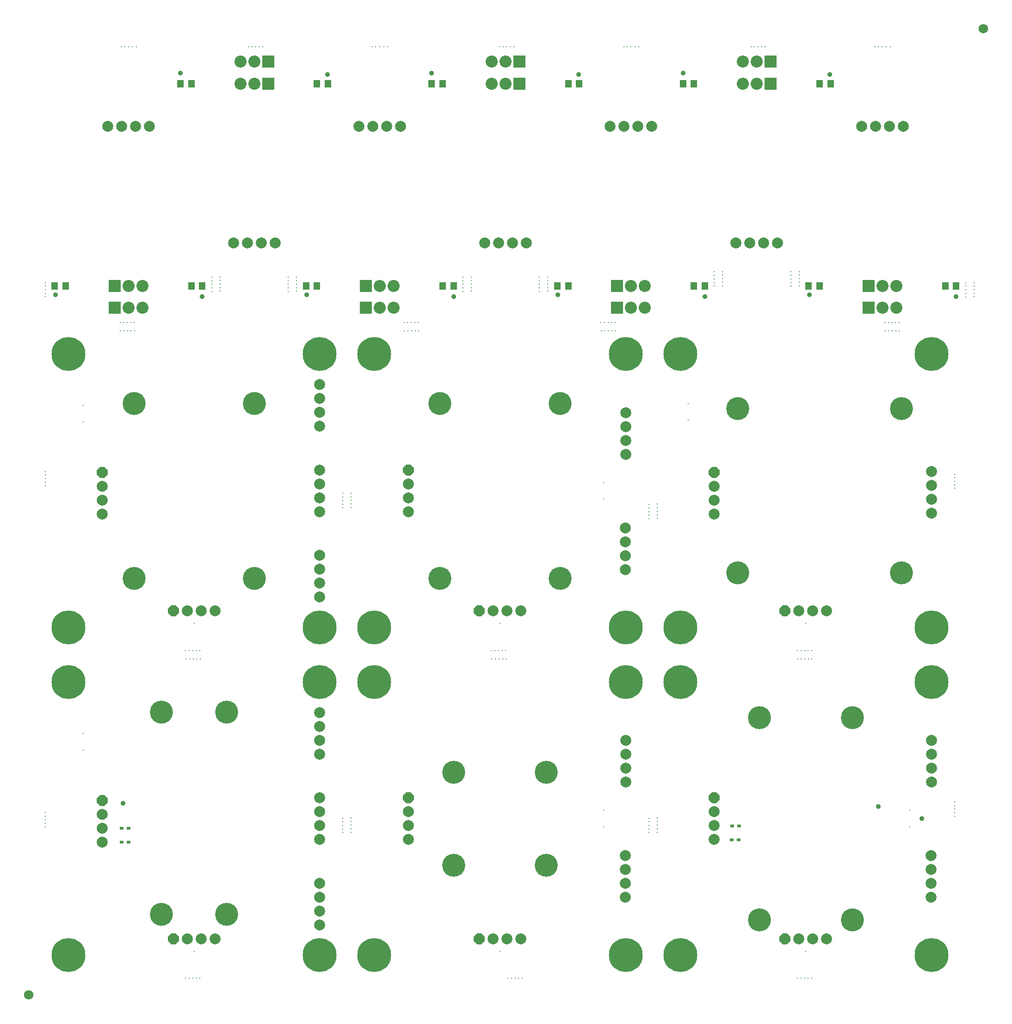
<source format=gbs>
G04 Layer_Color=16711935*
%FSLAX44Y44*%
%MOMM*%
G71*
G01*
G75*
%ADD37R,0.7032X0.6032*%
%ADD38C,0.2032*%
%ADD39C,1.7272*%
%ADD40C,2.0032*%
%ADD41C,2.2032*%
%ADD42R,2.2032X2.2032*%
%ADD43C,0.9032*%
G04:AMPARAMS|DCode=44|XSize=0.2032mm|YSize=0.2032mm|CornerRadius=0mm|HoleSize=0mm|Usage=FLASHONLY|Rotation=0.000|XOffset=0mm|YOffset=0mm|HoleType=Round|Shape=RoundedRectangle|*
%AMROUNDEDRECTD44*
21,1,0.2032,0.2032,0,0,0.0*
21,1,0.2032,0.2032,0,0,0.0*
1,1,0.0000,0.1016,-0.1016*
1,1,0.0000,-0.1016,-0.1016*
1,1,0.0000,-0.1016,0.1016*
1,1,0.0000,0.1016,0.1016*
%
%ADD44ROUNDEDRECTD44*%
%ADD45P,2.1683X8X22.5*%
%ADD46P,2.1683X8X292.5*%
%ADD47C,6.2032*%
%ADD48C,4.2032*%
%ADD49R,1.2032X1.4532*%
D37*
X1318000Y327000D02*
D03*
X1305000D02*
D03*
X1317000Y301000D02*
D03*
X1304000D02*
D03*
X200000Y297000D02*
D03*
X187000D02*
D03*
X200250Y322250D02*
D03*
X187250D02*
D03*
D38*
X305000Y632500D02*
D03*
X311500D02*
D03*
X324750D02*
D03*
X318250D02*
D03*
X331000D02*
D03*
X330500Y647750D02*
D03*
X317750D02*
D03*
X324250D02*
D03*
X311000D02*
D03*
X304500D02*
D03*
X330500Y47750D02*
D03*
X317750D02*
D03*
X324250D02*
D03*
X311000D02*
D03*
X304500D02*
D03*
X920500D02*
D03*
X907750D02*
D03*
X914250D02*
D03*
X901000D02*
D03*
X894500D02*
D03*
X1450500D02*
D03*
X1437750D02*
D03*
X1444250D02*
D03*
X1431000D02*
D03*
X1424500D02*
D03*
X1425000Y632500D02*
D03*
X1431500D02*
D03*
X1444750D02*
D03*
X1438250D02*
D03*
X1451000D02*
D03*
X1450500Y647750D02*
D03*
X1437750D02*
D03*
X1444250D02*
D03*
X1431000D02*
D03*
X1424500D02*
D03*
X865000Y632500D02*
D03*
X871500D02*
D03*
X884750D02*
D03*
X878250D02*
D03*
X891000D02*
D03*
X890500Y647750D02*
D03*
X877750D02*
D03*
X884250D02*
D03*
X871000D02*
D03*
X864500D02*
D03*
X185000Y1232500D02*
D03*
X191500D02*
D03*
X204750D02*
D03*
X198250D02*
D03*
X211000D02*
D03*
X210500Y1247750D02*
D03*
X197750D02*
D03*
X204250D02*
D03*
X191000D02*
D03*
X184500D02*
D03*
X705000Y1232500D02*
D03*
X711500D02*
D03*
X724750D02*
D03*
X718250D02*
D03*
X731000D02*
D03*
X730500Y1247750D02*
D03*
X717750D02*
D03*
X724250D02*
D03*
X711000D02*
D03*
X704500D02*
D03*
X1065000Y1232500D02*
D03*
X1071500D02*
D03*
X1084750D02*
D03*
X1078250D02*
D03*
X1091000D02*
D03*
X1090500Y1247750D02*
D03*
X1077750D02*
D03*
X1084250D02*
D03*
X1071000D02*
D03*
X1064500D02*
D03*
X1585000Y1232500D02*
D03*
X1591500D02*
D03*
X1604750D02*
D03*
X1598250D02*
D03*
X1611000D02*
D03*
X1610500Y1247750D02*
D03*
X1597750D02*
D03*
X1604250D02*
D03*
X1591000D02*
D03*
X1584500D02*
D03*
X47500Y325000D02*
D03*
Y331500D02*
D03*
Y344750D02*
D03*
Y338250D02*
D03*
Y351000D02*
D03*
X607500Y315000D02*
D03*
Y321500D02*
D03*
Y334750D02*
D03*
Y328250D02*
D03*
Y341000D02*
D03*
X592250Y340500D02*
D03*
Y327750D02*
D03*
Y334250D02*
D03*
Y321000D02*
D03*
Y314500D02*
D03*
X1167500Y315000D02*
D03*
Y321500D02*
D03*
Y334750D02*
D03*
Y328250D02*
D03*
Y341000D02*
D03*
X1152250Y340500D02*
D03*
Y327750D02*
D03*
Y334250D02*
D03*
Y321000D02*
D03*
Y314500D02*
D03*
X1712250Y370500D02*
D03*
Y357750D02*
D03*
Y364250D02*
D03*
Y351000D02*
D03*
Y344500D02*
D03*
Y970500D02*
D03*
Y957750D02*
D03*
Y964250D02*
D03*
Y951000D02*
D03*
Y944500D02*
D03*
X1747500Y1295000D02*
D03*
Y1301500D02*
D03*
Y1314750D02*
D03*
Y1308250D02*
D03*
Y1321000D02*
D03*
X1732250Y1320500D02*
D03*
Y1307750D02*
D03*
Y1314250D02*
D03*
Y1301000D02*
D03*
Y1294500D02*
D03*
X1427500Y1315000D02*
D03*
Y1321500D02*
D03*
Y1334750D02*
D03*
Y1328250D02*
D03*
Y1341000D02*
D03*
X1412250Y1340500D02*
D03*
Y1327750D02*
D03*
Y1334250D02*
D03*
Y1321000D02*
D03*
Y1314500D02*
D03*
X1287500Y1315000D02*
D03*
Y1321500D02*
D03*
Y1334750D02*
D03*
Y1328250D02*
D03*
Y1341000D02*
D03*
X1272250Y1340500D02*
D03*
Y1327750D02*
D03*
Y1334250D02*
D03*
Y1321000D02*
D03*
Y1314500D02*
D03*
X967500Y1305000D02*
D03*
Y1311500D02*
D03*
Y1324750D02*
D03*
Y1318250D02*
D03*
Y1331000D02*
D03*
X952250Y1330500D02*
D03*
Y1317750D02*
D03*
Y1324250D02*
D03*
Y1311000D02*
D03*
Y1304500D02*
D03*
X827500Y1305000D02*
D03*
Y1311500D02*
D03*
Y1324750D02*
D03*
Y1318250D02*
D03*
Y1331000D02*
D03*
X812250Y1330500D02*
D03*
Y1317750D02*
D03*
Y1324250D02*
D03*
Y1311000D02*
D03*
Y1304500D02*
D03*
X507500Y1305000D02*
D03*
Y1311500D02*
D03*
Y1324750D02*
D03*
Y1318250D02*
D03*
Y1331000D02*
D03*
X492250Y1330500D02*
D03*
Y1317750D02*
D03*
Y1324250D02*
D03*
Y1311000D02*
D03*
Y1304500D02*
D03*
X367500Y1305000D02*
D03*
Y1311500D02*
D03*
Y1324750D02*
D03*
Y1318250D02*
D03*
Y1331000D02*
D03*
X352250Y1330500D02*
D03*
Y1317750D02*
D03*
Y1324250D02*
D03*
Y1311000D02*
D03*
Y1304500D02*
D03*
X47500Y1295000D02*
D03*
Y1301500D02*
D03*
Y1314750D02*
D03*
Y1308250D02*
D03*
Y1321000D02*
D03*
X419500Y1752250D02*
D03*
X432250D02*
D03*
X425750D02*
D03*
X439000D02*
D03*
X445500D02*
D03*
X879500D02*
D03*
X892250D02*
D03*
X885750D02*
D03*
X899000D02*
D03*
X905500D02*
D03*
X1339500D02*
D03*
X1352250D02*
D03*
X1345750D02*
D03*
X1359000D02*
D03*
X1365500D02*
D03*
X47750Y949500D02*
D03*
Y962250D02*
D03*
Y955750D02*
D03*
Y969000D02*
D03*
Y975500D02*
D03*
X592500Y935000D02*
D03*
Y928500D02*
D03*
Y915250D02*
D03*
Y921750D02*
D03*
Y909000D02*
D03*
X607750Y909500D02*
D03*
Y922250D02*
D03*
Y915750D02*
D03*
Y929000D02*
D03*
Y935500D02*
D03*
X1152500Y915000D02*
D03*
Y908500D02*
D03*
Y895250D02*
D03*
Y901750D02*
D03*
Y889000D02*
D03*
X1167750Y889500D02*
D03*
Y902250D02*
D03*
Y895750D02*
D03*
Y909000D02*
D03*
Y915500D02*
D03*
X1566500Y1752000D02*
D03*
X1572500D02*
D03*
X1587250D02*
D03*
X1579750D02*
D03*
X1594250Y1752500D02*
D03*
X1134250D02*
D03*
X1119750Y1752000D02*
D03*
X1127250D02*
D03*
X1112500D02*
D03*
X1106500D02*
D03*
X674250Y1752500D02*
D03*
X659750Y1752000D02*
D03*
X667250D02*
D03*
X652500D02*
D03*
X646500D02*
D03*
X214250Y1752500D02*
D03*
X199750Y1752000D02*
D03*
X207250D02*
D03*
X192500D02*
D03*
X186500D02*
D03*
X1630000Y325240D02*
D03*
Y355240D02*
D03*
X1070000Y325240D02*
D03*
Y355240D02*
D03*
X117480Y495850D02*
D03*
Y465850D02*
D03*
Y1065850D02*
D03*
Y1095850D02*
D03*
X1070000Y955240D02*
D03*
Y925240D02*
D03*
X1225000Y1069760D02*
D03*
Y1099760D02*
D03*
D39*
X17500Y17500D02*
D03*
X1765000Y1785000D02*
D03*
D40*
X187300Y1606990D02*
D03*
X212700D02*
D03*
X238100D02*
D03*
X161900D02*
D03*
X442700Y1393010D02*
D03*
X417300D02*
D03*
X391900D02*
D03*
X468100D02*
D03*
X1427300Y120000D02*
D03*
X1452700D02*
D03*
X1478100D02*
D03*
X1272000Y301900D02*
D03*
Y327300D02*
D03*
Y352700D02*
D03*
X1669500Y246750D02*
D03*
Y221350D02*
D03*
Y195950D02*
D03*
Y272150D02*
D03*
X1670000Y457700D02*
D03*
Y432300D02*
D03*
Y406900D02*
D03*
Y483100D02*
D03*
X1110000Y457700D02*
D03*
Y432300D02*
D03*
Y406900D02*
D03*
Y483100D02*
D03*
X1109500Y246750D02*
D03*
Y221350D02*
D03*
Y195950D02*
D03*
Y272150D02*
D03*
X867300Y120000D02*
D03*
X892700D02*
D03*
X918100D02*
D03*
X712000Y301900D02*
D03*
Y327300D02*
D03*
Y352700D02*
D03*
X307300Y120000D02*
D03*
X332700D02*
D03*
X358100D02*
D03*
X549500Y196470D02*
D03*
Y171070D02*
D03*
Y145670D02*
D03*
Y221870D02*
D03*
Y352720D02*
D03*
Y327320D02*
D03*
Y301920D02*
D03*
Y378120D02*
D03*
X152000Y297150D02*
D03*
Y322550D02*
D03*
Y347950D02*
D03*
X549500Y508920D02*
D03*
Y483520D02*
D03*
Y458120D02*
D03*
Y534320D02*
D03*
Y1134320D02*
D03*
Y1058120D02*
D03*
Y1083520D02*
D03*
Y1108920D02*
D03*
X152000Y947950D02*
D03*
Y922550D02*
D03*
Y897150D02*
D03*
X549500Y978120D02*
D03*
Y901920D02*
D03*
Y927320D02*
D03*
Y952720D02*
D03*
Y821870D02*
D03*
Y745670D02*
D03*
Y771070D02*
D03*
Y796470D02*
D03*
X358100Y720000D02*
D03*
X332700D02*
D03*
X307300D02*
D03*
X918100Y720000D02*
D03*
X892700D02*
D03*
X867300D02*
D03*
X712000Y952700D02*
D03*
Y927300D02*
D03*
Y901900D02*
D03*
X1109500Y872150D02*
D03*
Y795950D02*
D03*
Y821350D02*
D03*
Y846750D02*
D03*
X1110000Y1083100D02*
D03*
Y1006900D02*
D03*
Y1032300D02*
D03*
Y1057700D02*
D03*
X1670000Y975400D02*
D03*
Y899200D02*
D03*
Y924600D02*
D03*
Y950000D02*
D03*
X1272000Y947950D02*
D03*
Y922550D02*
D03*
Y897150D02*
D03*
X1478100Y720000D02*
D03*
X1452700D02*
D03*
X1427300D02*
D03*
X902700Y1393010D02*
D03*
X877300D02*
D03*
X851900D02*
D03*
X928100D02*
D03*
X647300Y1606990D02*
D03*
X672700D02*
D03*
X698100D02*
D03*
X621900D02*
D03*
X1362700Y1393010D02*
D03*
X1337300D02*
D03*
X1311900D02*
D03*
X1388100D02*
D03*
X1107300Y1606990D02*
D03*
X1132700D02*
D03*
X1158100D02*
D03*
X1081900D02*
D03*
X1567300D02*
D03*
X1592700D02*
D03*
X1618100D02*
D03*
X1541900D02*
D03*
D41*
X225400Y1274990D02*
D03*
X200000D02*
D03*
X225400Y1314990D02*
D03*
X200000D02*
D03*
X404600Y1725010D02*
D03*
X430000D02*
D03*
X404600Y1685010D02*
D03*
X430000D02*
D03*
X864600Y1725010D02*
D03*
X890000D02*
D03*
X864600Y1685010D02*
D03*
X890000D02*
D03*
X685400Y1274990D02*
D03*
X660000D02*
D03*
X685400Y1314990D02*
D03*
X660000D02*
D03*
X1324600Y1725010D02*
D03*
X1350000D02*
D03*
X1324600Y1685010D02*
D03*
X1350000D02*
D03*
X1145400Y1274990D02*
D03*
X1120000D02*
D03*
X1145400Y1314990D02*
D03*
X1120000D02*
D03*
X1605400Y1274990D02*
D03*
X1580000D02*
D03*
X1605400Y1314990D02*
D03*
X1580000D02*
D03*
D42*
X174600Y1274990D02*
D03*
Y1314990D02*
D03*
X455400Y1725010D02*
D03*
Y1685010D02*
D03*
X915400Y1725010D02*
D03*
Y1685010D02*
D03*
X634600Y1274990D02*
D03*
Y1314990D02*
D03*
X1375400Y1725010D02*
D03*
Y1685010D02*
D03*
X1094600Y1274990D02*
D03*
Y1314990D02*
D03*
X1554600Y1274990D02*
D03*
Y1314990D02*
D03*
D43*
X66000Y1298240D02*
D03*
X335000Y1295490D02*
D03*
X564000Y1701760D02*
D03*
X295000Y1704510D02*
D03*
X1652500Y340000D02*
D03*
X1572500Y362500D02*
D03*
X190000Y368000D02*
D03*
X1024000Y1701760D02*
D03*
X755000Y1704510D02*
D03*
X526000Y1298240D02*
D03*
X795000Y1295490D02*
D03*
X1484000Y1701760D02*
D03*
X1215000Y1704510D02*
D03*
X986000Y1298240D02*
D03*
X1255000Y1295490D02*
D03*
X1446000Y1298240D02*
D03*
X1715000Y1295490D02*
D03*
D44*
X1440000Y97200D02*
D03*
X880000D02*
D03*
X320000Y97200D02*
D03*
Y697200D02*
D03*
X880000Y697200D02*
D03*
X1440000Y697200D02*
D03*
D45*
X1401900Y120000D02*
D03*
X841900D02*
D03*
X281900Y120000D02*
D03*
Y720000D02*
D03*
X841900Y720000D02*
D03*
X1401900Y720000D02*
D03*
D46*
X1272000Y378100D02*
D03*
X712000D02*
D03*
X152000Y373350D02*
D03*
Y973350D02*
D03*
X712000Y978100D02*
D03*
X1272000Y973350D02*
D03*
D47*
X1670000Y590000D02*
D03*
X1210000D02*
D03*
Y90000D02*
D03*
X1670000D02*
D03*
X1110000Y590000D02*
D03*
X650000D02*
D03*
Y90000D02*
D03*
X1110000D02*
D03*
X550000D02*
D03*
X90000D02*
D03*
Y590000D02*
D03*
X550000D02*
D03*
Y1190000D02*
D03*
X90000D02*
D03*
Y690000D02*
D03*
X550000D02*
D03*
X1110000D02*
D03*
X650000D02*
D03*
Y1190000D02*
D03*
X1110000D02*
D03*
X1670000D02*
D03*
X1210000D02*
D03*
Y690000D02*
D03*
X1670000D02*
D03*
D48*
X1525000Y525000D02*
D03*
X1355000D02*
D03*
Y155000D02*
D03*
X1525000D02*
D03*
X965000Y425000D02*
D03*
X795000D02*
D03*
Y255000D02*
D03*
X965000D02*
D03*
X380000Y165000D02*
D03*
X260000D02*
D03*
X380000Y535000D02*
D03*
X260000D02*
D03*
X210000Y1100000D02*
D03*
Y780000D02*
D03*
X430000D02*
D03*
Y1100000D02*
D03*
X990000D02*
D03*
Y780000D02*
D03*
X770000D02*
D03*
Y1100000D02*
D03*
X1315000Y1090000D02*
D03*
Y790000D02*
D03*
X1615000D02*
D03*
Y1090000D02*
D03*
D49*
X85000Y1314990D02*
D03*
X65000D02*
D03*
X315000D02*
D03*
X335000D02*
D03*
X545000Y1685010D02*
D03*
X565000D02*
D03*
X315000D02*
D03*
X295000D02*
D03*
X1005000D02*
D03*
X1025000D02*
D03*
X775000D02*
D03*
X755000D02*
D03*
X545000Y1314990D02*
D03*
X525000D02*
D03*
X775000D02*
D03*
X795000D02*
D03*
X1465000Y1685010D02*
D03*
X1485000D02*
D03*
X1235000D02*
D03*
X1215000D02*
D03*
X1005000Y1314990D02*
D03*
X985000D02*
D03*
X1235000D02*
D03*
X1255000D02*
D03*
X1465000D02*
D03*
X1445000D02*
D03*
X1695000D02*
D03*
X1715000D02*
D03*
M02*

</source>
